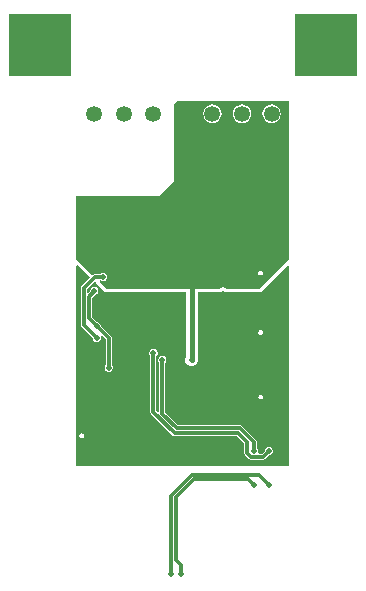
<source format=gbr>
%TF.GenerationSoftware,Altium Limited,Altium Designer,22.1.2 (22)*%
G04 Layer_Physical_Order=3*
G04 Layer_Color=16440176*
%FSLAX26Y26*%
%MOIN*%
%TF.SameCoordinates,4CB55538-D73B-4A6B-AD5D-0D58206D9AAC*%
%TF.FilePolarity,Positive*%
%TF.FileFunction,Copper,L3,Inr,Signal*%
%TF.Part,Single*%
G01*
G75*
%TA.AperFunction,Conductor*%
%ADD19C,0.011811*%
%TA.AperFunction,ViaPad*%
%ADD21R,0.208661X0.208661*%
%TA.AperFunction,ComponentPad*%
%ADD23C,0.053150*%
%TA.AperFunction,ViaPad*%
%ADD24C,0.019685*%
%TA.AperFunction,Conductor*%
%ADD25C,0.015748*%
G36*
X355000Y1180000D02*
X255000Y1080000D01*
X147379D01*
X142307Y1083389D01*
X133858Y1085070D01*
X125409Y1083389D01*
X120337Y1080000D01*
X-255003D01*
X-277693Y1102691D01*
X-276127Y1108195D01*
X-273815Y1108738D01*
X-271243Y1107020D01*
X-265866Y1105950D01*
X-260490Y1107020D01*
X-255932Y1110065D01*
X-252886Y1114623D01*
X-251817Y1120000D01*
X-252886Y1125377D01*
X-255932Y1129935D01*
X-260490Y1132980D01*
X-265866Y1134050D01*
X-271243Y1132980D01*
X-275650Y1130035D01*
X-293781D01*
X-297621Y1129271D01*
X-300877Y1127096D01*
X-302097Y1127096D01*
X-355000Y1180001D01*
Y1390000D01*
X-80000D01*
X-30000Y1440000D01*
X-30000Y1695000D01*
X-20000Y1705000D01*
X355000Y1705000D01*
X355000Y1180000D01*
D02*
G37*
G36*
X-310613Y1118582D02*
X-310613Y1118582D01*
X-313454Y1114518D01*
X-337096Y1090877D01*
X-339271Y1087621D01*
X-340035Y1083781D01*
Y958740D01*
X-339271Y954900D01*
X-337096Y951644D01*
X-300394Y914942D01*
Y912613D01*
X-298296Y907549D01*
X-294420Y903673D01*
X-289355Y901575D01*
X-283873D01*
X-278809Y903673D01*
X-274932Y907549D01*
X-272835Y912613D01*
Y918095D01*
X-273957Y920804D01*
X-269718Y923636D01*
X-257279Y911198D01*
Y826381D01*
X-258926Y824735D01*
X-261024Y819670D01*
Y814188D01*
X-258926Y809124D01*
X-255050Y805247D01*
X-249985Y803150D01*
X-244503D01*
X-239439Y805247D01*
X-235562Y809124D01*
X-233465Y814188D01*
Y819670D01*
X-235562Y824735D01*
X-237209Y826381D01*
Y915354D01*
X-237973Y919195D01*
X-240148Y922450D01*
X-272835Y955137D01*
Y957465D01*
X-274932Y962530D01*
X-278809Y966406D01*
X-283873Y968504D01*
X-286202D01*
X-304217Y986519D01*
Y1048570D01*
X-293732Y1059055D01*
X-292535D01*
X-287470Y1061153D01*
X-283594Y1065029D01*
X-281496Y1070094D01*
Y1075575D01*
X-283594Y1080640D01*
X-287470Y1084516D01*
X-292535Y1086614D01*
X-298017D01*
X-303081Y1084516D01*
X-306957Y1080640D01*
X-309055Y1075575D01*
Y1072116D01*
X-315345Y1065825D01*
X-319965Y1067739D01*
Y1079624D01*
X-294353Y1105235D01*
X-294215Y1105210D01*
X-289714Y1102804D01*
X-289736Y1102691D01*
X-289599Y1102004D01*
X-289656Y1101305D01*
X-289145Y1099719D01*
X-288819Y1098083D01*
X-288430Y1097500D01*
X-288215Y1096833D01*
X-287135Y1095562D01*
X-286209Y1094176D01*
X-263519Y1071485D01*
X-259612Y1068874D01*
X-255004Y1067957D01*
X-255003Y1067958D01*
X9457D01*
Y850648D01*
X7874Y846827D01*
Y838213D01*
X11171Y830254D01*
X17262Y824163D01*
X25221Y820866D01*
X33835D01*
X41793Y824163D01*
X47885Y830254D01*
X51181Y838213D01*
Y846827D01*
X49598Y850648D01*
Y1067958D01*
X120337D01*
X121500Y1068189D01*
X122686D01*
X123782Y1068643D01*
X124945Y1068874D01*
X125932Y1069533D01*
X127028Y1069987D01*
X130108Y1072045D01*
X133858Y1072792D01*
X137608Y1072045D01*
X140689Y1069987D01*
X141785Y1069533D01*
X142771Y1068874D01*
X143934Y1068643D01*
X145030Y1068189D01*
X146216D01*
X147379Y1067958D01*
X255000D01*
X259608Y1068874D01*
X263515Y1071485D01*
X350381Y1158350D01*
X355000Y1156437D01*
Y490000D01*
X86490D01*
X85956Y490534D01*
X83062Y491732D01*
X79930D01*
X77036Y490534D01*
X76502Y490000D01*
X-355000D01*
Y1156437D01*
X-350380Y1158350D01*
X-310613Y1118582D01*
D02*
G37*
%LPC*%
G36*
X295276Y1694161D02*
X287310Y1693112D01*
X279888Y1690038D01*
X273514Y1685147D01*
X268624Y1678773D01*
X265549Y1671351D01*
X264500Y1663386D01*
X265549Y1655421D01*
X268624Y1647998D01*
X273514Y1641625D01*
X279888Y1636734D01*
X287310Y1633659D01*
X295276Y1632611D01*
X303241Y1633659D01*
X310663Y1636734D01*
X317037Y1641625D01*
X321928Y1647998D01*
X325002Y1655421D01*
X326051Y1663386D01*
X325002Y1671351D01*
X321928Y1678773D01*
X317037Y1685147D01*
X310663Y1690038D01*
X303241Y1693112D01*
X295276Y1694161D01*
D02*
G37*
G36*
X196850D02*
X188885Y1693112D01*
X181463Y1690038D01*
X175089Y1685147D01*
X170198Y1678773D01*
X167124Y1671351D01*
X166075Y1663386D01*
X167124Y1655421D01*
X170198Y1647998D01*
X175089Y1641625D01*
X181463Y1636734D01*
X188885Y1633659D01*
X196850Y1632611D01*
X204816Y1633659D01*
X212238Y1636734D01*
X218612Y1641625D01*
X223502Y1647998D01*
X226577Y1655421D01*
X227625Y1663386D01*
X226577Y1671351D01*
X223502Y1678773D01*
X218612Y1685147D01*
X212238Y1690038D01*
X204816Y1693112D01*
X196850Y1694161D01*
D02*
G37*
G36*
X98425D02*
X90460Y1693112D01*
X83038Y1690038D01*
X76664Y1685147D01*
X71773Y1678773D01*
X68699Y1671351D01*
X67650Y1663386D01*
X68699Y1655421D01*
X71773Y1647998D01*
X76664Y1641625D01*
X83038Y1636734D01*
X90460Y1633659D01*
X98425Y1632611D01*
X106390Y1633659D01*
X113813Y1636734D01*
X120186Y1641625D01*
X125077Y1647998D01*
X128152Y1655421D01*
X129200Y1663386D01*
X128152Y1671351D01*
X125077Y1678773D01*
X120186Y1685147D01*
X113813Y1690038D01*
X106390Y1693112D01*
X98425Y1694161D01*
D02*
G37*
G36*
X259055Y1140064D02*
X255983Y1139453D01*
X253378Y1137712D01*
X251638Y1135108D01*
X251027Y1132035D01*
X251638Y1128963D01*
X253378Y1126359D01*
X255983Y1124618D01*
X259055Y1124007D01*
X262127Y1124618D01*
X264732Y1126359D01*
X266472Y1128963D01*
X267083Y1132035D01*
X266472Y1135108D01*
X264732Y1137712D01*
X262127Y1139453D01*
X259055Y1140064D01*
D02*
G37*
G36*
X260621Y942913D02*
X257489D01*
X254595Y941715D01*
X252380Y939500D01*
X251181Y936606D01*
Y933473D01*
X252380Y930579D01*
X254595Y928364D01*
X257489Y927165D01*
X260621D01*
X263515Y928364D01*
X265730Y930579D01*
X266929Y933473D01*
Y936606D01*
X265730Y939500D01*
X263515Y941715D01*
X260621Y942913D01*
D02*
G37*
G36*
X260621Y726929D02*
X257489D01*
X254595Y725730D01*
X252380Y723515D01*
X251181Y720621D01*
Y717489D01*
X252380Y714595D01*
X254595Y712380D01*
X257489Y711181D01*
X260621D01*
X263515Y712380D01*
X265730Y714595D01*
X266929Y717489D01*
Y720621D01*
X265730Y723515D01*
X263515Y725730D01*
X260621Y726929D01*
D02*
G37*
G36*
X-336229Y597638D02*
X-339361D01*
X-342255Y596439D01*
X-344471Y594224D01*
X-345669Y591330D01*
Y588198D01*
X-344471Y585303D01*
X-342255Y583088D01*
X-339361Y581890D01*
X-336229D01*
X-333335Y583088D01*
X-331120Y585303D01*
X-329921Y588198D01*
Y591330D01*
X-331120Y594224D01*
X-333335Y596439D01*
X-336229Y597638D01*
D02*
G37*
G36*
X-95684Y879921D02*
X-101166D01*
X-106231Y877823D01*
X-110107Y873947D01*
X-112205Y868883D01*
Y863401D01*
X-110107Y858336D01*
X-108460Y856690D01*
Y670000D01*
X-107697Y666160D01*
X-105521Y662904D01*
X-34773Y592156D01*
X-31518Y589981D01*
X-27677Y589217D01*
X179320D01*
X204965Y563572D01*
Y531919D01*
X205729Y528078D01*
X207904Y524823D01*
X219823Y512904D01*
X223078Y510729D01*
X226919Y509965D01*
X267441D01*
X271281Y510729D01*
X274537Y512904D01*
X287224Y525591D01*
X289552D01*
X294616Y527688D01*
X298493Y531565D01*
X300591Y536629D01*
Y542111D01*
X298493Y547176D01*
X294616Y551052D01*
X289552Y553150D01*
X284070D01*
X279005Y551052D01*
X275129Y547176D01*
X273031Y542111D01*
Y539783D01*
X263284Y530035D01*
X253141D01*
X249800Y535035D01*
X250590Y536944D01*
Y542426D01*
X248493Y547490D01*
X246846Y549137D01*
Y568189D01*
X246082Y572029D01*
X243907Y575285D01*
X197096Y622096D01*
X193840Y624271D01*
X190000Y625035D01*
X-16997D01*
X-58862Y666900D01*
Y833068D01*
X-57216Y834714D01*
X-55118Y839779D01*
Y845261D01*
X-57216Y850325D01*
X-61092Y854201D01*
X-66157Y856299D01*
X-71638D01*
X-76703Y854201D01*
X-80579Y850325D01*
X-82677Y845261D01*
Y839779D01*
X-80579Y834714D01*
X-78933Y833068D01*
Y671233D01*
X-83552Y669319D01*
X-88390Y674157D01*
Y856690D01*
X-86743Y858336D01*
X-84646Y863401D01*
Y868883D01*
X-86743Y873947D01*
X-90620Y877823D01*
X-95684Y879921D01*
D02*
G37*
%LPD*%
D19*
X-293781Y1120000D02*
X-265866D01*
X-330000Y958740D02*
Y1083781D01*
X-293781Y1120000D01*
X-314252Y982362D02*
X-247244Y915354D01*
X-330000Y958740D02*
X-286614Y915354D01*
X-314252Y982362D02*
Y1052727D01*
X-295276Y1071703D01*
Y1072835D01*
X-247244Y816929D02*
Y915354D01*
X226919Y520000D02*
X267441D01*
X286811Y539370D01*
X-21154Y615000D02*
X190000D01*
X183477Y599252D02*
X215000Y567729D01*
X236811Y539685D02*
Y568189D01*
X190000Y615000D02*
X236811Y568189D01*
X-27677Y599252D02*
X183477D01*
X215000Y531919D02*
Y567729D01*
X-98425Y670000D02*
Y866142D01*
X-68898Y662743D02*
X-21154Y615000D01*
X-98425Y670000D02*
X-27677Y599252D01*
X-68898Y662743D02*
Y842520D01*
X215000Y531919D02*
X226919Y520000D01*
X-23622Y384107D02*
X36523Y444252D01*
X235947Y425197D02*
X236811D01*
X216892Y444252D02*
X235947Y425197D01*
X252008Y460000D02*
X286811Y425197D01*
X30000Y460000D02*
X252008D01*
X-39370Y390630D02*
X30000Y460000D01*
X36523Y444252D02*
X216892D01*
X-39370Y129095D02*
Y390630D01*
X-23622Y175000D02*
Y384107D01*
X-7874Y129095D02*
Y159252D01*
X-23622Y175000D02*
X-7874Y159252D01*
D21*
X-476378Y1891732D02*
D03*
X476378D02*
D03*
D23*
X295276Y1663386D02*
D03*
X196850D02*
D03*
X98425D02*
D03*
X0D02*
D03*
X-98425D02*
D03*
X-196850D02*
D03*
X-295276D02*
D03*
D24*
X-45000Y1375000D02*
D03*
X-140000D02*
D03*
X-340000Y1125000D02*
D03*
X-307099Y1220489D02*
D03*
X-265866Y1120000D02*
D03*
X-286614Y954724D02*
D03*
X-285315Y1013779D02*
D03*
X-247244Y816929D02*
D03*
X235000Y675000D02*
D03*
X340000Y535000D02*
D03*
Y675000D02*
D03*
X5000Y535000D02*
D03*
Y675000D02*
D03*
X-135000Y535000D02*
D03*
Y675000D02*
D03*
X-235000Y535000D02*
D03*
X-213386Y675000D02*
D03*
X236811Y539685D02*
D03*
X-130000Y760630D02*
D03*
X286811Y539370D02*
D03*
Y425197D02*
D03*
X236811D02*
D03*
X-7874Y129095D02*
D03*
X-39370D02*
D03*
X342520Y760630D02*
D03*
Y890000D02*
D03*
Y980000D02*
D03*
Y1120000D02*
D03*
X-185000Y760630D02*
D03*
X-286614Y777559D02*
D03*
Y856299D02*
D03*
X-185000D02*
D03*
Y975000D02*
D03*
X200000Y895000D02*
D03*
X185000Y935000D02*
D03*
X165000Y980000D02*
D03*
X170000Y825000D02*
D03*
X105000Y890000D02*
D03*
X95000Y794488D02*
D03*
X-40000Y865000D02*
D03*
X-130000Y900000D02*
D03*
X-165000Y1033465D02*
D03*
X278346Y1160000D02*
D03*
X175000Y1165000D02*
D03*
X342520Y1235000D02*
D03*
Y1427165D02*
D03*
Y1309055D02*
D03*
X49213Y1462756D02*
D03*
Y1377953D02*
D03*
Y1309055D02*
D03*
X246063D02*
D03*
Y1427165D02*
D03*
X147638D02*
D03*
Y1309055D02*
D03*
Y1235000D02*
D03*
X246063D02*
D03*
X179921Y1102362D02*
D03*
X115354D02*
D03*
X-49213Y1309055D02*
D03*
X-9842Y1200787D02*
D03*
X-115354Y1120000D02*
D03*
X-213780D02*
D03*
X-245000Y1377953D02*
D03*
X-340000D02*
D03*
X-140000Y1309055D02*
D03*
X-240000D02*
D03*
X-340000D02*
D03*
X-213780Y1200787D02*
D03*
X-115354D02*
D03*
X-68898Y842520D02*
D03*
X-98425Y866142D02*
D03*
X-295276Y1072835D02*
D03*
X-286614Y915354D02*
D03*
X133858Y1062992D02*
D03*
X29528Y842520D02*
D03*
D25*
X-9842Y1200787D02*
X29528Y1161417D01*
Y842520D02*
Y1161417D01*
%TF.MD5,42825a635b3f6ab1590d1e66e30c791d*%
M02*

</source>
